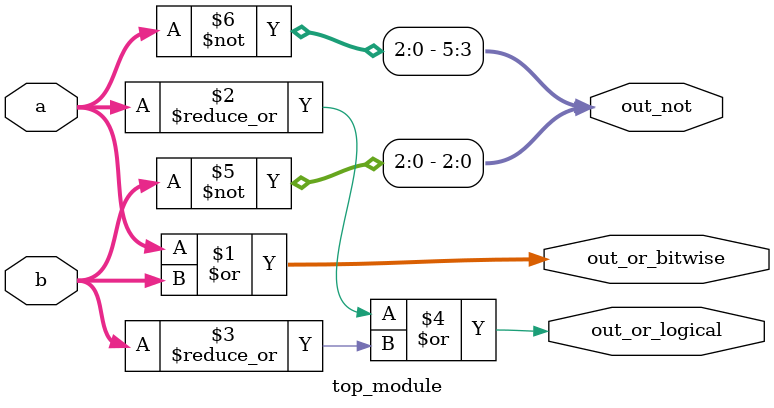
<source format=sv>
module top_module(
    input [2:0] a, 
    input [2:0] b, 
    output [2:0] out_or_bitwise,
    output out_or_logical,
    output [5:0] out_not
);

    assign out_or_bitwise = a | b;
    assign out_or_logical = |(a) | (|(b));
    assign out_not = {~a, ~b};

endmodule

</source>
